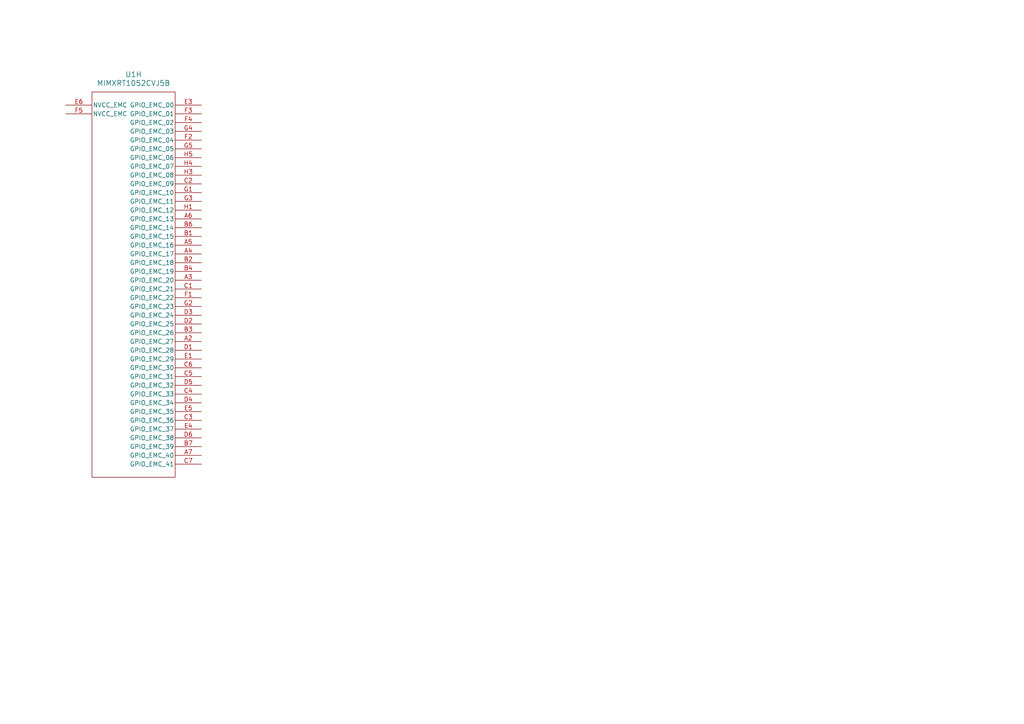
<source format=kicad_sch>
(kicad_sch (version 20231120) (generator "eeschema") (generator_version "8.0")
  (paper "A4")
  (lib_symbols
    (symbol "MIMXRT1052CVJ5B:MIMXRT1052CVJ5B" (pin_names (offset 0.254))
      (property "Reference" "U" (at 38.1 10.16 0))
      (property "Value" "MIMXRT1052CVJ5B" (at 38.1 7.62 0))
      (symbol "MIMXRT1052CVJ5B_1_1"
        (rectangle (start 0 0) (end 21.59 -91.44))
        (pin bidirectional line (at 29.21 -33.02 180) (length 7.62) (name "GPIO_B0_11") (number "A10"))
        (pin bidirectional line (at 29.21 -49.53 180) (length 7.62) (name "GPIO_B1_00") (number "A11"))
        (pin bidirectional line (at 29.21 -69.85 180) (length 7.62) (name "GPIO_B1_08") (number "A12"))
        (pin bidirectional line (at 29.21 -72.39 180) (length 7.62) (name "GPIO_B1_09") (number "A13"))
        (pin bidirectional line (at 29.21 -20.32 180) (length 7.62) (name "GPIO_B0_06") (number "A8"))
        (pin bidirectional line (at 29.21 -22.86 180) (length 7.62) (name "GPIO_B0_07") (number "A9"))
        (pin bidirectional line (at 29.21 -52.07 180) (length 7.62) (name "GPIO_B1_01") (number "B11"))
        (pin bidirectional line (at 29.21 -67.31 180) (length 7.62) (name "GPIO_B1_07") (number "B12"))
        (pin bidirectional line (at 29.21 -74.93 180) (length 7.62) (name "GPIO_B1_10") (number "B13"))
        (pin bidirectional line (at 29.21 -87.63 180) (length 7.62) (name "GPIO_B1_15") (number "B14"))
        (pin bidirectional line (at 29.21 -17.78 180) (length 7.62) (name "GPIO_B0_05") (number "B8"))
        (pin bidirectional line (at 29.21 -25.4 180) (length 7.62) (name "GPIO_B0_08") (number "B9"))
        (pin bidirectional line (at 29.21 -35.56 180) (length 7.62) (name "GPIO_B0_12") (number "C10"))
        (pin bidirectional line (at 29.21 -54.61 180) (length 7.62) (name "GPIO_B1_02") (number "C11"))
        (pin bidirectional line (at 29.21 -64.77 180) (length 7.62) (name "GPIO_B1_06") (number "C12"))
        (pin bidirectional line (at 29.21 -77.47 180) (length 7.62) (name "GPIO_B1_11") (number "C13"))
        (pin bidirectional line (at 29.21 -85.09 180) (length 7.62) (name "GPIO_B1_14") (number "C14"))
        (pin bidirectional line (at 29.21 -15.24 180) (length 7.62) (name "GPIO_B0_04") (number "C8"))
        (pin bidirectional line (at 29.21 -27.94 180) (length 7.62) (name "GPIO_B0_09") (number "C9"))
        (pin bidirectional line (at 29.21 -38.1 180) (length 7.62) (name "GPIO_B0_13") (number "D10"))
        (pin bidirectional line (at 29.21 -57.15 180) (length 7.62) (name "GPIO_B1_03") (number "D11"))
        (pin bidirectional line (at 29.21 -62.23 180) (length 7.62) (name "GPIO_B1_05") (number "D12"))
        (pin bidirectional line (at 29.21 -80.01 180) (length 7.62) (name "GPIO_B1_12") (number "D13"))
        (pin bidirectional line (at 29.21 -82.55 180) (length 7.62) (name "GPIO_B1_13") (number "D14"))
        (pin bidirectional line (at 29.21 -5.08 180) (length 7.62) (name "GPIO_B0_00") (number "D7"))
        (pin bidirectional line (at 29.21 -12.7 180) (length 7.62) (name "GPIO_B0_03") (number "D8"))
        (pin bidirectional line (at 29.21 -30.48 180) (length 7.62) (name "GPIO_B0_10") (number "D9"))
        (pin bidirectional line (at 29.21 -40.64 180) (length 7.62) (name "GPIO_B0_14") (number "E10"))
        (pin bidirectional line (at 29.21 -43.18 180) (length 7.62) (name "GPIO_B0_15") (number "E11"))
        (pin bidirectional line (at 29.21 -59.69 180) (length 7.62) (name "GPIO_B1_04") (number "E12"))
        (pin bidirectional line (at 29.21 -7.62 180) (length 7.62) (name "GPIO_B0_01") (number "E7"))
        (pin bidirectional line (at 29.21 -10.16 180) (length 7.62) (name "GPIO_B0_02") (number "E8"))
      )
      (symbol "MIMXRT1052CVJ5B_2_1"
        (rectangle (start 0 -62.23) (end 36.83 0))
        (pin bidirectional line (at 44.45 -16.51 180) (length 7.62) (name "GPIO_SD_B0_04") (number "H2"))
        (pin bidirectional line (at 44.45 -11.43 180) (length 7.62) (name "GPIO_SD_B0_02") (number "J1"))
        (pin bidirectional line (at 44.45 -19.05 180) (length 7.62) (name "GPIO_SD_B0_05") (number "J2"))
        (pin bidirectional line (at 44.45 -8.89 180) (length 7.62) (name "GPIO_SD_B0_01") (number "J3"))
        (pin bidirectional line (at 44.45 -6.35 180) (length 7.62) (name "GPIO_SD_B0_00") (number "J4"))
        (pin power_in line (at -7.62 -6.35 0) (length 7.62) (name "NVCC_SD0") (number "J6"))
        (pin bidirectional line (at 44.45 -13.97 180) (length 7.62) (name "GPIO_SD_B0_03") (number "K1"))
        (pin power_in line (at -7.62 -27.94 0) (length 7.62) (name "NVCC_SD1") (number "K5"))
        (pin bidirectional line (at 44.45 -43.18 180) (length 7.62) (name "GPIO_SD_B1_06") (number "L3"))
        (pin bidirectional line (at 44.45 -45.72 180) (length 7.62) (name "GPIO_SD_B1_07") (number "L4"))
        (pin bidirectional line (at 44.45 -27.94 180) (length 7.62) (name "GPIO_SD_B1_00") (number "L5"))
        (pin bidirectional line (at 44.45 -33.02 180) (length 7.62) (name "GPIO_SD_B1_02") (number "M3"))
        (pin bidirectional line (at 44.45 -35.56 180) (length 7.62) (name "GPIO_SD_B1_03") (number "M4"))
        (pin bidirectional line (at 44.45 -30.48 180) (length 7.62) (name "GPIO_SD_B1_01") (number "M5"))
        (pin bidirectional line (at 44.45 -40.64 180) (length 7.62) (name "GPIO_SD_B1_05") (number "N3"))
        (pin bidirectional line (at 44.45 -50.8 180) (length 7.62) (name "GPIO_SD_B1_09") (number "N4"))
        (pin bidirectional line (at 44.45 -38.1 180) (length 7.62) (name "GPIO_SD_B1_04") (number "P2"))
        (pin bidirectional line (at 44.45 -48.26 180) (length 7.62) (name "GPIO_SD_B1_08") (number "P3"))
        (pin bidirectional line (at 44.45 -53.34 180) (length 7.62) (name "GPIO_SD_B1_10") (number "P4"))
        (pin bidirectional line (at 44.45 -55.88 180) (length 7.62) (name "GPIO_SD_B1_11") (number "P5"))
      )
      (symbol "MIMXRT1052CVJ5B_3_1"
        (rectangle (start 0 -50.8) (end 25.4 0))
        (pin power_in line (at 33.02 -48.26 180) (length 7.62) (name "VSS") (number "A1"))
        (pin power_in line (at 33.02 -40.64 180) (length 7.62) (name "VSS") (number "A14"))
        (pin power_in line (at 33.02 -43.18 180) (length 7.62) (name "VSS") (number "B10"))
        (pin power_in line (at 33.02 -2.54 180) (length 7.62) (name "VSS") (number "B5"))
        (pin power_in line (at 33.02 -12.7 180) (length 7.62) (name "VSS") (number "E13"))
        (pin power_in line (at 33.02 -25.4 180) (length 7.62) (name "VSS") (number "E2"))
        (pin power_in line (at 33.02 -7.62 180) (length 7.62) (name "VSS") (number "G7"))
        (pin power_in line (at 33.02 -10.16 180) (length 7.62) (name "VSS") (number "G8"))
        (pin power_in line (at 33.02 -15.24 180) (length 7.62) (name "VSS") (number "H7"))
        (pin power_in line (at 33.02 -17.78 180) (length 7.62) (name "VSS") (number "H8"))
        (pin power_in line (at 33.02 -20.32 180) (length 7.62) (name "VSS") (number "J7"))
        (pin power_in line (at 33.02 -22.86 180) (length 7.62) (name "VSS") (number "J8"))
        (pin power_in line (at 33.02 -35.56 180) (length 7.62) (name "VSS") (number "K13"))
        (pin power_in line (at 33.02 -27.94 180) (length 7.62) (name "VSS") (number "K2"))
        (pin power_in line (at -7.62 -2.54 0) (length 7.62) (name "NGND_KEL0") (number "K9"))
        (pin power_in line (at 33.02 -5.08 180) (length 7.62) (name "VSS") (number "L9"))
        (pin power_in line (at 33.02 -30.48 180) (length 7.62) (name "VSS") (number "N5"))
        (pin power_in line (at 33.02 -33.02 180) (length 7.62) (name "VSS") (number "N8"))
        (pin power_in line (at 33.02 -38.1 180) (length 7.62) (name "VSS") (number "P1"))
        (pin power_in line (at 33.02 -45.72 180) (length 7.62) (name "VSS") (number "P14"))
      )
      (symbol "MIMXRT1052CVJ5B_4_1"
        (rectangle (start 0 0) (end 25.4 -44.45))
        (pin unspecified line (at 33.02 -33.02 180) (length 7.62) (name "DCDC_SENSE") (number "J5"))
        (pin unspecified line (at 33.02 -35.56 180) (length 7.62) (name "DCDC_PSWITCH") (number "K3"))
        (pin input line (at 33.02 -29.21 180) (length 7.62) (name "DCDC_IN_Q") (number "K4"))
        (pin bidirectional line (at -7.62 -12.7 0) (length 7.62) (name "TEST_MODE") (number "K6"))
        (pin bidirectional line (at -7.62 -17.78 0) (length 7.62) (name "PMIC_ON_REQ") (number "K7"))
        (pin input line (at 33.02 -26.67 180) (length 7.62) (name "DCDC_IN") (number "L1"))
        (pin input line (at 33.02 -24.13 180) (length 7.62) (name "DCDC_IN") (number "L2"))
        (pin bidirectional line (at 33.02 -40.64 180) (length 7.62) (name "WAKEUP") (number "L6"))
        (pin bidirectional line (at -7.62 -20.32 0) (length 7.62) (name "PMIC_STBY_REQ") (number "L7"))
        (pin unspecified line (at 33.02 -21.59 180) (length 7.62) (name "DCDC_LP") (number "M1"))
        (pin unspecified line (at 33.02 -19.05 180) (length 7.62) (name "DCDC_LP") (number "M2"))
        (pin bidirectional line (at -7.62 -5.08 0) (length 7.62) (name "ONOFF") (number "M6"))
        (pin input line (at -7.62 -7.62 0) (length 7.62) (name "POR_B") (number "M7"))
        (pin power_in line (at -7.62 -38.1 0) (length 7.62) (name "DCDC_GND") (number "N1"))
        (pin bidirectional line (at -7.62 -34.29 0) (length 7.62) (name "GPANAIO") (number "N10"))
        (pin output line (at 33.02 -15.24 180) (length 7.62) (name "XTALO") (number "N11"))
        (pin bidirectional line (at 33.02 -7.62 180) (length 7.62) (name "CCM_CLK1_P") (number "N13"))
        (pin power_in line (at -7.62 -40.64 0) (length 7.62) (name "DCDC_GND") (number "N2"))
        (pin input line (at -7.62 -25.4 0) (length 7.62) (name "RTC_XTALI") (number "N9"))
        (pin input line (at 33.02 -12.7 180) (length 7.62) (name "XTALI") (number "P11"))
        (pin bidirectional line (at 33.02 -5.08 180) (length 7.62) (name "CCM_CLK1_N") (number "P13"))
        (pin output line (at -7.62 -27.94 0) (length 7.62) (name "RTC_XTALO") (number "P9"))
      )
      (symbol "MIMXRT1052CVJ5B_5_1"
        (rectangle (start 0 0) (end 31.75 -36.195))
        (pin power_in line (at 38.1 -26.67 180) (length 7.62) (name "VDD_SOC_IN") (number "F6"))
        (pin power_in line (at 38.1 -24.13 180) (length 7.62) (name "VDD_SOC_IN") (number "F7"))
        (pin power_in line (at 38.1 -21.59 180) (length 7.62) (name "VDD_SOC_IN") (number "F8"))
        (pin power_in line (at 38.1 -19.05 180) (length 7.62) (name "VDD_SOC_IN") (number "F9"))
        (pin power_in line (at 38.1 -16.51 180) (length 7.62) (name "VDD_SOC_IN") (number "G6"))
        (pin power_in line (at 38.1 -13.97 180) (length 7.62) (name "VDD_SOC_IN") (number "G9"))
        (pin power_in line (at 38.1 -11.43 180) (length 7.62) (name "VDD_SOC_IN") (number "H6"))
        (pin power_in line (at 38.1 -8.89 180) (length 7.62) (name "VDD_SOC_IN") (number "H9"))
        (pin power_in line (at 38.1 -6.35 180) (length 7.62) (name "VDD_SOC_IN") (number "J9"))
        (pin power_in line (at -7.62 -13.97 0) (length 7.62) (name "VDD_SNVS_CAP") (number "M10"))
        (pin power_in line (at -7.62 -26.67 0) (length 7.62) (name "VDD_SNVS_IN") (number "M9"))
        (pin power_in line (at -7.62 -8.89 0) (length 7.62) (name "VDDA_ADC_3P3") (number "N14"))
        (pin power_in line (at -7.62 -33.02 0) (length 7.62) (name "NVCC_PLL") (number "P10"))
        (pin power_in line (at -7.62 -20.32 0) (length 7.62) (name "VDD_HIGH_IN") (number "P12"))
        (pin power_in line (at -7.62 -3.81 0) (length 7.62) (name "VDD_HIGH_CAP") (number "P8"))
      )
      (symbol "MIMXRT1052CVJ5B_6_1"
        (rectangle (start 0 -34.29) (end 20.32 0))
        (pin power_in line (at 27.94 -30.48 180) (length 7.62) (name "VDD_USB_CAP") (number "K8"))
        (pin bidirectional line (at 27.94 -6.35 180) (length 7.62) (name "USB_OTG1_DP") (number "L8"))
        (pin bidirectional line (at 27.94 -3.81 180) (length 7.62) (name "USB_OTG1_DN") (number "M8"))
        (pin bidirectional line (at 27.94 -10.16 180) (length 7.62) (name "USB_OTG1_CHD_B") (number "N12"))
        (pin bidirectional line (at 27.94 -12.7 180) (length 7.62) (name "USB_OTG1_VBUS") (number "N6"))
        (pin bidirectional line (at 27.94 -17.78 180) (length 7.62) (name "USB_OTG2_DN") (number "N7"))
        (pin bidirectional line (at 27.94 -24.13 180) (length 7.62) (name "USB_OTG2_VBUS") (number "P6"))
        (pin bidirectional line (at 27.94 -20.32 180) (length 7.62) (name "USB_OTG2_DP") (number "P7"))
      )
      (symbol "MIMXRT1052CVJ5B_7_1"
        (rectangle (start 0 0) (end 38.1 -92.71))
        (pin bidirectional line (at -7.62 -19.05 0) (length 7.62) (name "GPIO_AD_B0_06") (number "E14"))
        (pin power_in line (at 45.72 -8.89 180) (length 7.62) (name "NVCC_GPIO") (number "E9"))
        (pin power_in line (at 45.72 -6.35 180) (length 7.62) (name "NVCC_GPIO") (number "F10"))
        (pin bidirectional line (at -7.62 -13.97 0) (length 7.62) (name "GPIO_AD_B0_04") (number "F11"))
        (pin bidirectional line (at -7.62 -21.59 0) (length 7.62) (name "GPIO_AD_B0_07") (number "F12"))
        (pin bidirectional line (at -7.62 -24.13 0) (length 7.62) (name "GPIO_AD_B0_08") (number "F13"))
        (pin bidirectional line (at -7.62 -26.67 0) (length 7.62) (name "GPIO_AD_B0_09") (number "F14"))
        (pin bidirectional line (at -7.62 -31.75 0) (length 7.62) (name "GPIO_AD_B0_11") (number "G10"))
        (pin bidirectional line (at -7.62 -11.43 0) (length 7.62) (name "GPIO_AD_B0_03") (number "G11"))
        (pin bidirectional line (at -7.62 -86.36 0) (length 7.62) (name "GPIO_AD_B1_14") (number "G12"))
        (pin bidirectional line (at -7.62 -29.21 0) (length 7.62) (name "GPIO_AD_B0_10") (number "G13"))
        (pin bidirectional line (at -7.62 -16.51 0) (length 7.62) (name "GPIO_AD_B0_05") (number "G14"))
        (pin bidirectional line (at -7.62 -6.35 0) (length 7.62) (name "GPIO_AD_B0_01") (number "H10"))
        (pin bidirectional line (at -7.62 -83.82 0) (length 7.62) (name "GPIO_AD_B1_13") (number "H11"))
        (pin bidirectional line (at -7.62 -81.28 0) (length 7.62) (name "GPIO_AD_B1_12") (number "H12"))
        (pin bidirectional line (at -7.62 -71.12 0) (length 7.62) (name "GPIO_AD_B1_08") (number "H13"))
        (pin bidirectional line (at -7.62 -39.37 0) (length 7.62) (name "GPIO_AD_B0_14") (number "H14"))
        (pin power_in line (at 45.72 -3.81 180) (length 7.62) (name "NVCC_GPIO") (number "J10"))
        (pin bidirectional line (at -7.62 -50.8 0) (length 7.62) (name "GPIO_AD_B1_00") (number "J11"))
        (pin bidirectional line (at -7.62 -66.04 0) (length 7.62) (name "GPIO_AD_B1_06") (number "J12"))
        (pin bidirectional line (at -7.62 -78.74 0) (length 7.62) (name "GPIO_AD_B1_11") (number "J13"))
        (pin bidirectional line (at -7.62 -88.9 0) (length 7.62) (name "GPIO_AD_B1_15") (number "J14"))
        (pin bidirectional line (at -7.62 -68.58 0) (length 7.62) (name "GPIO_AD_B1_07") (number "K10"))
        (pin bidirectional line (at -7.62 -53.34 0) (length 7.62) (name "GPIO_AD_B1_01") (number "K11"))
        (pin bidirectional line (at -7.62 -63.5 0) (length 7.62) (name "GPIO_AD_B1_05") (number "K12"))
        (pin bidirectional line (at -7.62 -34.29 0) (length 7.62) (name "GPIO_AD_B0_12") (number "K14"))
        (pin bidirectional line (at -7.62 -41.91 0) (length 7.62) (name "GPIO_AD_B0_15") (number "L10"))
        (pin bidirectional line (at -7.62 -55.88 0) (length 7.62) (name "GPIO_AD_B1_02") (number "L11"))
        (pin bidirectional line (at -7.62 -60.96 0) (length 7.62) (name "GPIO_AD_B1_04") (number "L12"))
        (pin bidirectional line (at -7.62 -76.2 0) (length 7.62) (name "GPIO_AD_B1_10") (number "L13"))
        (pin bidirectional line (at -7.62 -36.83 0) (length 7.62) (name "GPIO_AD_B0_13") (number "L14"))
        (pin bidirectional line (at -7.62 -8.89 0) (length 7.62) (name "GPIO_AD_B0_02") (number "M11"))
        (pin bidirectional line (at -7.62 -58.42 0) (length 7.62) (name "GPIO_AD_B1_03") (number "M12"))
        (pin bidirectional line (at -7.62 -73.66 0) (length 7.62) (name "GPIO_AD_B1_09") (number "M13"))
        (pin bidirectional line (at -7.62 -3.81 0) (length 7.62) (name "GPIO_AD_B0_00") (number "M14"))
      )
      (symbol "MIMXRT1052CVJ5B_8_1"
        (rectangle (start 0 0) (end 24.13 -111.76))
        (pin bidirectional line (at 31.75 -72.39 180) (length 7.62) (name "GPIO_EMC_27") (number "A2"))
        (pin bidirectional line (at 31.75 -54.61 180) (length 7.62) (name "GPIO_EMC_20") (number "A3"))
        (pin bidirectional line (at 31.75 -46.99 180) (length 7.62) (name "GPIO_EMC_17") (number "A4"))
        (pin bidirectional line (at 31.75 -44.45 180) (length 7.62) (name "GPIO_EMC_16") (number "A5"))
        (pin bidirectional line (at 31.75 -36.83 180) (length 7.62) (name "GPIO_EMC_13") (number "A6"))
        (pin bidirectional line (at 31.75 -105.41 180) (length 7.62) (name "GPIO_EMC_40") (number "A7"))
        (pin bidirectional line (at 31.75 -41.91 180) (length 7.62) (name "GPIO_EMC_15") (number "B1"))
        (pin bidirectional line (at 31.75 -49.53 180) (length 7.62) (name "GPIO_EMC_18") (number "B2"))
        (pin bidirectional line (at 31.75 -69.85 180) (length 7.62) (name "GPIO_EMC_26") (number "B3"))
        (pin bidirectional line (at 31.75 -52.07 180) (length 7.62) (name "GPIO_EMC_19") (number "B4"))
        (pin bidirectional line (at 31.75 -39.37 180) (length 7.62) (name "GPIO_EMC_14") (number "B6"))
        (pin bidirectional line (at 31.75 -102.87 180) (length 7.62) (name "GPIO_EMC_39") (number "B7"))
        (pin bidirectional line (at 31.75 -57.15 180) (length 7.62) (name "GPIO_EMC_21") (number "C1"))
        (pin bidirectional line (at 31.75 -26.67 180) (length 7.62) (name "GPIO_EMC_09") (number "C2"))
        (pin bidirectional line (at 31.75 -95.25 180) (length 7.62) (name "GPIO_EMC_36") (number "C3"))
        (pin bidirectional line (at 31.75 -87.63 180) (length 7.62) (name "GPIO_EMC_33") (number "C4"))
        (pin bidirectional line (at 31.75 -82.55 180) (length 7.62) (name "GPIO_EMC_31") (number "C5"))
        (pin bidirectional line (at 31.75 -80.01 180) (length 7.62) (name "GPIO_EMC_30") (number "C6"))
        (pin bidirectional line (at 31.75 -107.95 180) (length 7.62) (name "GPIO_EMC_41") (number "C7"))
        (pin bidirectional line (at 31.75 -74.93 180) (length 7.62) (name "GPIO_EMC_28") (number "D1"))
        (pin bidirectional line (at 31.75 -67.31 180) (length 7.62) (name "GPIO_EMC_25") (number "D2"))
        (pin bidirectional line (at 31.75 -64.77 180) (length 7.62) (name "GPIO_EMC_24") (number "D3"))
        (pin bidirectional line (at 31.75 -90.17 180) (length 7.62) (name "GPIO_EMC_34") (number "D4"))
        (pin bidirectional line (at 31.75 -85.09 180) (length 7.62) (name "GPIO_EMC_32") (number "D5"))
        (pin bidirectional line (at 31.75 -100.33 180) (length 7.62) (name "GPIO_EMC_38") (number "D6"))
        (pin bidirectional line (at 31.75 -77.47 180) (length 7.62) (name "GPIO_EMC_29") (number "E1"))
        (pin bidirectional line (at 31.75 -3.81 180) (length 7.62) (name "GPIO_EMC_00") (number "E3"))
        (pin bidirectional line (at 31.75 -97.79 180) (length 7.62) (name "GPIO_EMC_37") (number "E4"))
        (pin bidirectional line (at 31.75 -92.71 180) (length 7.62) (name "GPIO_EMC_35") (number "E5"))
        (pin power_in line (at -7.62 -3.81 0) (length 7.62) (name "NVCC_EMC") (number "E6"))
        (pin bidirectional line (at 31.75 -59.69 180) (length 7.62) (name "GPIO_EMC_22") (number "F1"))
        (pin bidirectional line (at 31.75 -13.97 180) (length 7.62) (name "GPIO_EMC_04") (number "F2"))
        (pin bidirectional line (at 31.75 -6.35 180) (length 7.62) (name "GPIO_EMC_01") (number "F3"))
        (pin bidirectional line (at 31.75 -8.89 180) (length 7.62) (name "GPIO_EMC_02") (number "F4"))
        (pin power_in line (at -7.62 -6.35 0) (length 7.62) (name "NVCC_EMC") (number "F5"))
        (pin bidirectional line (at 31.75 -29.21 180) (length 7.62) (name "GPIO_EMC_10") (number "G1"))
        (pin bidirectional line (at 31.75 -62.23 180) (length 7.62) (name "GPIO_EMC_23") (number "G2"))
        (pin bidirectional line (at 31.75 -31.75 180) (length 7.62) (name "GPIO_EMC_11") (number "G3"))
        (pin bidirectional line (at 31.75 -11.43 180) (length 7.62) (name "GPIO_EMC_03") (number "G4"))
        (pin bidirectional line (at 31.75 -16.51 180) (length 7.62) (name "GPIO_EMC_05") (number "G5"))
        (pin bidirectional line (at 31.75 -34.29 180) (length 7.62) (name "GPIO_EMC_12") (number "H1"))
        (pin bidirectional line (at 31.75 -24.13 180) (length 7.62) (name "GPIO_EMC_08") (number "H3"))
        (pin bidirectional line (at 31.75 -21.59 180) (length 7.62) (name "GPIO_EMC_07") (number "H4"))
        (pin bidirectional line (at 31.75 -19.05 180) (length 7.62) (name "GPIO_EMC_06") (number "H5"))
      )
    )
  )
  (symbol (lib_id "MIMXRT1052CVJ5B:MIMXRT1052CVJ5B") (at 26.67 26.67 0) (unit 8)
    (property "Reference" "U1" (at 38.735 21.59 0) (effects (font (size 1.524 1.524))))
    (property "Value" "MIMXRT1052CVJ5B" (at 38.735 24.13 0) (effects (font (size 1.524 1.524))))
    (property "Footprint" "MAPBGA196_12X12" (effects (hide yes)))
    (property "Datasheet" "MIMXRT1052CVJ5B" (effects (hide yes)))
  )
)
</source>
